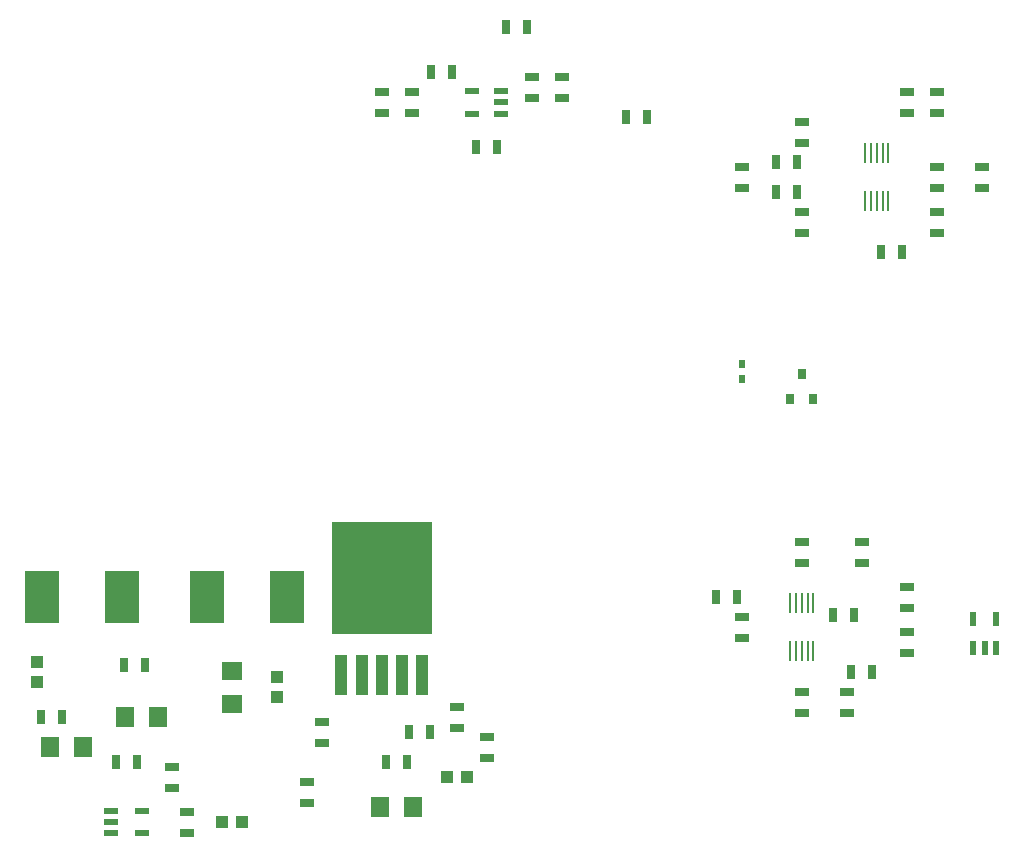
<source format=gtp>
G75*
%MOIN*%
%OFA0B0*%
%FSLAX24Y24*%
%IPPOS*%
%LPD*%
%AMOC8*
5,1,8,0,0,1.08239X$1,22.5*
%
%ADD10R,0.0500X0.0220*%
%ADD11R,0.0472X0.0315*%
%ADD12R,0.0315X0.0472*%
%ADD13R,0.0098X0.0700*%
%ADD14R,0.0220X0.0500*%
%ADD15R,0.0472X0.0236*%
%ADD16R,0.3346X0.3780*%
%ADD17R,0.0394X0.1339*%
%ADD18R,0.0433X0.0394*%
%ADD19R,0.0709X0.0630*%
%ADD20R,0.0630X0.0709*%
%ADD21R,0.1161X0.1732*%
%ADD22R,0.0394X0.0433*%
%ADD23R,0.0197X0.0276*%
%ADD24R,0.0315X0.0354*%
D10*
X016120Y025220D03*
X016120Y025980D03*
X017080Y025980D03*
X017080Y025600D03*
X017080Y025220D03*
D11*
X018100Y025746D03*
X018100Y026454D03*
X019100Y026454D03*
X019100Y025746D03*
X014100Y025954D03*
X014100Y025246D03*
X013100Y025246D03*
X013100Y025954D03*
X025100Y023454D03*
X025100Y022746D03*
X027100Y021954D03*
X027100Y021246D03*
X027100Y024246D03*
X027100Y024954D03*
X030600Y025246D03*
X031600Y025246D03*
X031600Y025954D03*
X030600Y025954D03*
X031600Y023454D03*
X031600Y022746D03*
X031600Y021954D03*
X031600Y021246D03*
X033100Y022746D03*
X033100Y023454D03*
X029100Y010954D03*
X029100Y010246D03*
X030600Y009454D03*
X030600Y008746D03*
X030600Y007954D03*
X030600Y007246D03*
X028600Y005954D03*
X028600Y005246D03*
X027100Y005246D03*
X027100Y005954D03*
X025100Y007746D03*
X025100Y008454D03*
X027100Y010246D03*
X027100Y010954D03*
X016600Y004454D03*
X015600Y004746D03*
X015600Y005454D03*
X016600Y003746D03*
X011100Y004246D03*
X011100Y004954D03*
X010600Y002954D03*
X010600Y002246D03*
X006600Y001954D03*
X006100Y002746D03*
X006100Y003454D03*
X006600Y001246D03*
D12*
X004954Y003600D03*
X004246Y003600D03*
X002454Y005100D03*
X001746Y005100D03*
X004496Y006850D03*
X005204Y006850D03*
X013246Y003600D03*
X013954Y003600D03*
X013996Y004600D03*
X014704Y004600D03*
X024246Y009100D03*
X024954Y009100D03*
X028146Y008500D03*
X028854Y008500D03*
X028746Y006600D03*
X029454Y006600D03*
X029746Y020600D03*
X030454Y020600D03*
X026954Y022600D03*
X026246Y022600D03*
X026246Y023600D03*
X026954Y023600D03*
X021954Y025100D03*
X021246Y025100D03*
X017954Y028100D03*
X017246Y028100D03*
X015454Y026600D03*
X014746Y026600D03*
X016246Y024100D03*
X016954Y024100D03*
D13*
X029210Y023900D03*
X029400Y023900D03*
X029600Y023900D03*
X029800Y023900D03*
X029990Y023900D03*
X029990Y022300D03*
X029800Y022300D03*
X029600Y022300D03*
X029400Y022300D03*
X029210Y022300D03*
X027490Y008900D03*
X027300Y008900D03*
X027100Y008900D03*
X026900Y008900D03*
X026710Y008900D03*
X026710Y007300D03*
X026900Y007300D03*
X027100Y007300D03*
X027300Y007300D03*
X027490Y007300D03*
D14*
X032820Y007420D03*
X033200Y007420D03*
X033580Y007420D03*
X033580Y008380D03*
X032820Y008380D03*
D15*
X004086Y001226D03*
X004086Y001600D03*
X004086Y001974D03*
X005114Y001974D03*
X005114Y001226D03*
D16*
X013100Y009728D03*
D17*
X013100Y006500D03*
X012431Y006500D03*
X011761Y006500D03*
X013769Y006500D03*
X014439Y006500D03*
D18*
X015265Y003100D03*
X015935Y003100D03*
X008435Y001600D03*
X007765Y001600D03*
D19*
X008100Y005549D03*
X008100Y006651D03*
D20*
X005651Y005100D03*
X004549Y005100D03*
X003151Y004100D03*
X002049Y004100D03*
X013049Y002100D03*
X014151Y002100D03*
D21*
X009929Y009100D03*
X007271Y009100D03*
X004429Y009100D03*
X001771Y009100D03*
D22*
X001600Y006935D03*
X001600Y006265D03*
X009600Y006435D03*
X009600Y005765D03*
D23*
X025100Y016364D03*
X025100Y016876D03*
D24*
X026726Y015706D03*
X027474Y015706D03*
X027100Y016533D03*
M02*

</source>
